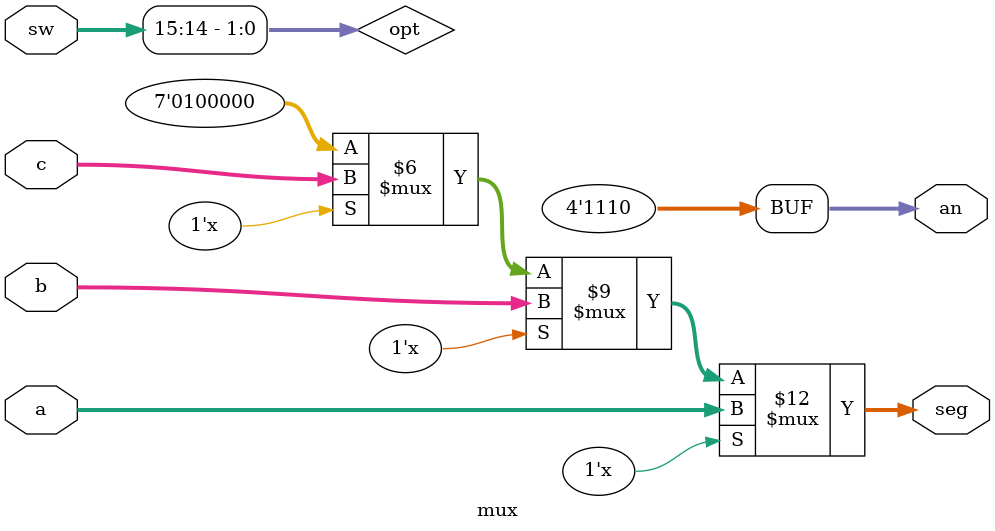
<source format=v>
`timescale 1ns / 1ps


module mux(input [15:0] sw, input [6:0] a,b,c, output reg [6:0] seg, output reg [3:0] an);
reg [15:14] opt;
always@(*) begin
opt <= sw[15:14];
an <= 4'b1110;
if(opt == 2'b00)
 seg <= a;
else if(opt == 2'b01)
 seg <= b;
else if(opt == 2'b10)
 seg <= c;
else
 seg <= 7'b100000;
end

endmodule

</source>
